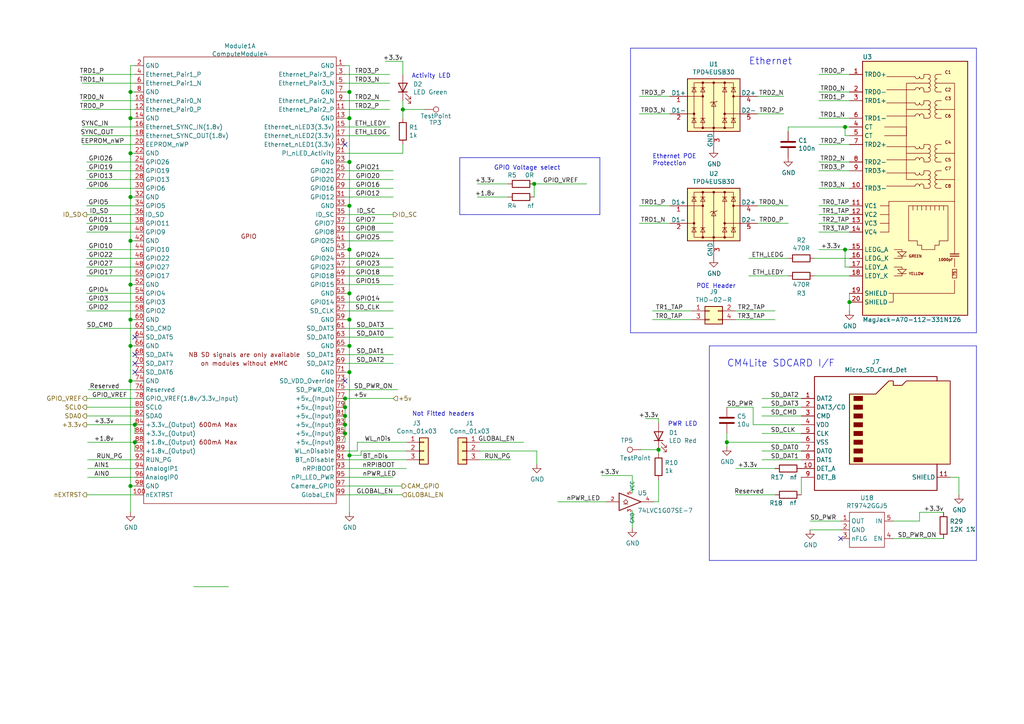
<source format=kicad_sch>
(kicad_sch (version 20211123) (generator eeschema)
  (paper "A4")
  (title_block (title "Compute Module 4 IO Board - GPIO - Ethernet") (rev "1") (company "(c) Raspberry Pi Trading 2020") (comment 1 "www.raspberrypi.org"))
  (junction (at 37.846 92.71) (diameter 1.016))
  (junction (at 101.346 132.08) (diameter 1.016))
  (junction (at 101.346 59.69) (diameter 1.016))
  (junction (at 101.346 46.99) (diameter 1.016))
  (junction (at 154.94 53.34) (diameter 1.016))
  (junction (at 101.346 72.39) (diameter 1.016))
  (junction (at 246.38 87.63) (diameter 1.016))
  (junction (at 101.346 26.67) (diameter 1.016))
  (junction (at 245.11 36.83) (diameter 1.016))
  (junction (at 100.076 125.73) (diameter 1.016))
  (junction (at 101.346 85.09) (diameter 1.016))
  (junction (at 37.846 69.85) (diameter 1.016))
  (junction (at 37.846 26.67) (diameter 1.016))
  (junction (at 100.076 120.65) (diameter 1.016))
  (junction (at 245.11 72.39) (diameter 1.016))
  (junction (at 37.846 100.33) (diameter 1.016))
  (junction (at 37.846 44.45) (diameter 1.016))
  (junction (at 39.116 123.19) (diameter 1.016))
  (junction (at 116.84 31.75) (diameter 1.016))
  (junction (at 101.346 107.95) (diameter 1.016))
  (junction (at 101.346 34.29) (diameter 1.016))
  (junction (at 191.008 130.429) (diameter 1.016))
  (junction (at 210.82 128.27) (diameter 1.016))
  (junction (at 101.346 92.71) (diameter 1.016))
  (junction (at 100.076 115.57) (diameter 1.016))
  (junction (at 100.076 123.19) (diameter 1.016))
  (junction (at 101.346 100.33) (diameter 1.016))
  (junction (at 37.846 82.55) (diameter 1.016))
  (junction (at 39.116 128.27) (diameter 1.016))
  (junction (at 37.846 110.49) (diameter 1.016))
  (junction (at 37.846 34.29) (diameter 1.016))
  (junction (at 37.846 57.15) (diameter 1.016))
  (junction (at 37.846 140.97) (diameter 1.016))
  (junction (at 100.076 118.11) (diameter 1.016))
  (no_connect (at 243.84 156.21))
  (no_connect (at 100.076 110.49))
  (no_connect (at 39.116 97.79))
  (no_connect (at 100.076 41.91))
  (no_connect (at 39.116 107.95))
  (no_connect (at 39.116 105.41))
  (no_connect (at 39.116 102.87))
  (wire (pts (xy 25.146 118.11) (xy 39.116 118.11)))
  (wire (pts (xy 23.876 36.83) (xy 39.116 36.83)))
  (wire (pts (xy 37.846 57.15) (xy 39.116 57.15)))
  (wire (pts (xy 100.076 44.45) (xy 116.84 44.45)))
  (wire (pts (xy 237.49 21.59) (xy 246.38 21.59)))
  (wire (pts (xy 101.346 132.08) (xy 101.346 148.59)))
  (wire (pts (xy 100.076 21.59) (xy 113.03 21.59)))
  (polyline (pts (xy 173.99 62.23) (xy 134.62 62.23)) (stroke (width 0) (type solid)))
  (wire (pts (xy 237.49 34.29) (xy 246.38 34.29)))
  (wire (pts (xy 245.11 72.39) (xy 246.38 72.39)))
  (wire (pts (xy 101.346 46.99) (xy 101.346 59.69)))
  (wire (pts (xy 37.846 44.45) (xy 37.846 57.15)))
  (polyline (pts (xy 283.21 13.97) (xy 283.21 96.52)) (stroke (width 0) (type solid)))
  (wire (pts (xy 100.076 85.09) (xy 101.346 85.09)))
  (wire (pts (xy 56.134 170.18) (xy 66.294 170.18)))
  (wire (pts (xy 138.43 57.15) (xy 147.32 57.15)))
  (wire (pts (xy 25.146 90.17) (xy 39.116 90.17)))
  (polyline (pts (xy 134.62 45.72) (xy 133.35 45.72)) (stroke (width 0) (type solid)))
  (wire (pts (xy 183.388 137.922) (xy 174.498 137.922)))
  (wire (pts (xy 25.4 138.43) (xy 39.116 138.43)))
  (wire (pts (xy 100.076 80.01) (xy 114.046 80.01)))
  (wire (pts (xy 228.6 38.1) (xy 228.6 36.83)))
  (wire (pts (xy 103.632 128.27) (xy 117.856 128.27)))
  (wire (pts (xy 100.076 34.29) (xy 101.346 34.29)))
  (polyline (pts (xy 205.74 162.56) (xy 205.74 100.33)) (stroke (width 0) (type solid)))
  (wire (pts (xy 139.192 133.35) (xy 148.082 133.35)))
  (wire (pts (xy 25.146 115.57) (xy 39.116 115.57)))
  (wire (pts (xy 100.076 52.07) (xy 114.046 52.07)))
  (wire (pts (xy 101.346 85.09) (xy 101.346 92.71)))
  (wire (pts (xy 37.846 19.05) (xy 37.846 26.67)))
  (wire (pts (xy 100.076 36.83) (xy 113.03 36.83)))
  (wire (pts (xy 25.146 59.69) (xy 39.116 59.69)))
  (wire (pts (xy 100.076 87.63) (xy 114.046 87.63)))
  (wire (pts (xy 100.076 133.35) (xy 117.856 133.35)))
  (wire (pts (xy 37.846 69.85) (xy 39.116 69.85)))
  (wire (pts (xy 100.076 19.05) (xy 101.346 19.05)))
  (wire (pts (xy 25.4 133.35) (xy 39.116 133.35)))
  (wire (pts (xy 100.076 67.31) (xy 114.046 67.31)))
  (wire (pts (xy 100.076 107.95) (xy 101.346 107.95)))
  (wire (pts (xy 236.22 74.93) (xy 246.38 74.93)))
  (wire (pts (xy 23.876 39.37) (xy 39.116 39.37)))
  (wire (pts (xy 237.49 59.69) (xy 246.38 59.69)))
  (wire (pts (xy 100.076 140.97) (xy 116.586 140.97)))
  (wire (pts (xy 213.36 135.89) (xy 224.79 135.89)))
  (wire (pts (xy 100.076 46.99) (xy 101.346 46.99)))
  (wire (pts (xy 100.076 138.43) (xy 114.046 138.43)))
  (wire (pts (xy 101.346 132.08) (xy 104.7242 132.08)))
  (wire (pts (xy 100.076 26.67) (xy 101.346 26.67)))
  (wire (pts (xy 236.22 80.01) (xy 246.38 80.01)))
  (wire (pts (xy 266.7 148.59) (xy 266.7 151.13)))
  (wire (pts (xy 100.076 24.13) (xy 113.03 24.13)))
  (wire (pts (xy 39.116 19.05) (xy 37.846 19.05)))
  (wire (pts (xy 191.008 121.412) (xy 187.198 121.412)))
  (wire (pts (xy 25.4 128.27) (xy 39.116 128.27)))
  (wire (pts (xy 100.076 120.65) (xy 100.076 123.19)))
  (wire (pts (xy 243.84 151.13) (xy 234.95 151.13)))
  (wire (pts (xy 100.076 82.55) (xy 114.046 82.55)))
  (wire (pts (xy 39.116 128.27) (xy 39.37 128.27)))
  (wire (pts (xy 39.116 140.97) (xy 37.846 140.97)))
  (wire (pts (xy 218.44 123.19) (xy 218.44 118.11)))
  (wire (pts (xy 25.146 46.99) (xy 39.116 46.99)))
  (wire (pts (xy 25.146 120.65) (xy 39.116 120.65)))
  (wire (pts (xy 213.36 90.17) (xy 224.79 90.17)))
  (wire (pts (xy 194.31 64.77) (xy 185.42 64.77)))
  (wire (pts (xy 213.36 92.71) (xy 224.79 92.71)))
  (wire (pts (xy 232.41 138.43) (xy 232.41 143.51)))
  (wire (pts (xy 100.076 115.57) (xy 114.046 115.57)))
  (wire (pts (xy 101.346 92.71) (xy 101.346 100.33)))
  (wire (pts (xy 37.846 82.55) (xy 39.116 82.55)))
  (wire (pts (xy 154.94 53.34) (xy 154.94 57.15)))
  (wire (pts (xy 100.076 62.23) (xy 114.046 62.23)))
  (wire (pts (xy 101.346 72.39) (xy 101.346 85.09)))
  (wire (pts (xy 25.146 54.61) (xy 39.116 54.61)))
  (wire (pts (xy 100.076 69.85) (xy 114.046 69.85)))
  (wire (pts (xy 191.008 122.682) (xy 191.008 121.412)))
  (wire (pts (xy 237.49 67.31) (xy 246.38 67.31)))
  (wire (pts (xy 37.846 92.71) (xy 39.116 92.71)))
  (wire (pts (xy 100.076 77.47) (xy 114.046 77.47)))
  (polyline (pts (xy 133.35 62.23) (xy 133.35 45.72)) (stroke (width 0) (type solid)))
  (wire (pts (xy 37.846 110.49) (xy 37.846 140.97)))
  (wire (pts (xy 237.49 62.23) (xy 246.38 62.23)))
  (wire (pts (xy 245.11 77.47) (xy 245.11 72.39)))
  (polyline (pts (xy 173.99 45.72) (xy 173.99 62.23)) (stroke (width 0) (type solid)))
  (wire (pts (xy 246.38 85.09) (xy 246.38 87.63)))
  (wire (pts (xy 100.076 125.73) (xy 100.076 128.27)))
  (wire (pts (xy 25.146 62.23) (xy 39.116 62.23)))
  (wire (pts (xy 114.046 90.17) (xy 100.076 90.17)))
  (wire (pts (xy 100.076 59.69) (xy 101.346 59.69)))
  (wire (pts (xy 237.49 64.77) (xy 246.38 64.77)))
  (wire (pts (xy 25.146 52.07) (xy 39.116 52.07)))
  (wire (pts (xy 139.192 130.81) (xy 155.702 130.81)))
  (wire (pts (xy 100.076 118.11) (xy 100.076 120.65)))
  (wire (pts (xy 25.146 95.25) (xy 39.116 95.25)))
  (wire (pts (xy 25.4 135.89) (xy 39.116 135.89)))
  (wire (pts (xy 183.388 148.082) (xy 183.388 153.162)))
  (wire (pts (xy 191.008 139.192) (xy 191.008 145.542)))
  (wire (pts (xy 154.94 53.34) (xy 170.18 53.34)))
  (wire (pts (xy 259.08 156.21) (xy 273.685 156.21)))
  (wire (pts (xy 100.076 29.21) (xy 113.03 29.21)))
  (wire (pts (xy 232.41 133.35) (xy 220.98 133.35)))
  (wire (pts (xy 100.076 123.19) (xy 100.076 125.73)))
  (wire (pts (xy 23.876 41.91) (xy 39.116 41.91)))
  (wire (pts (xy 23.876 21.59) (xy 39.116 21.59)))
  (wire (pts (xy 237.49 26.67) (xy 246.38 26.67)))
  (wire (pts (xy 100.076 31.75) (xy 113.03 31.75)))
  (wire (pts (xy 191.008 130.302) (xy 191.008 130.429)))
  (wire (pts (xy 237.49 72.39) (xy 245.11 72.39)))
  (wire (pts (xy 25.146 85.09) (xy 39.116 85.09)))
  (wire (pts (xy 25.146 49.53) (xy 39.116 49.53)))
  (wire (pts (xy 243.84 153.67) (xy 234.95 153.67)))
  (wire (pts (xy 219.71 59.69) (xy 228.6 59.69)))
  (wire (pts (xy 220.98 115.57) (xy 232.41 115.57)))
  (wire (pts (xy 100.076 39.37) (xy 113.03 39.37)))
  (wire (pts (xy 228.6 36.83) (xy 245.11 36.83)))
  (wire (pts (xy 37.846 100.33) (xy 39.116 100.33)))
  (wire (pts (xy 191.008 145.542) (xy 189.738 145.542)))
  (polyline (pts (xy 283.21 100.33) (xy 283.21 162.56)) (stroke (width 0) (type solid)))
  (wire (pts (xy 185.42 27.94) (xy 194.31 27.94)))
  (wire (pts (xy 25.146 143.51) (xy 39.116 143.51)))
  (wire (pts (xy 100.076 113.03) (xy 115.316 113.03)))
  (wire (pts (xy 278.13 138.43) (xy 278.13 143.51)))
  (wire (pts (xy 100.076 64.77) (xy 114.046 64.77)))
  (wire (pts (xy 100.076 49.53) (xy 114.046 49.53)))
  (wire (pts (xy 213.36 143.51) (xy 224.79 143.51)))
  (wire (pts (xy 101.346 26.67) (xy 101.346 34.29)))
  (polyline (pts (xy 283.21 96.52) (xy 182.88 96.52)) (stroke (width 0) (type solid)))
  (wire (pts (xy 139.192 128.27) (xy 151.892 128.27)))
  (wire (pts (xy 25.146 67.31) (xy 39.116 67.31)))
  (wire (pts (xy 39.116 125.73) (xy 39.116 123.19)))
  (wire (pts (xy 237.49 41.91) (xy 246.38 41.91)))
  (wire (pts (xy 183.388 143.002) (xy 183.388 137.922)))
  (polyline (pts (xy 134.62 45.72) (xy 173.99 45.72)) (stroke (width 0) (type solid)))
  (wire (pts (xy 116.84 31.75) (xy 116.84 29.21)))
  (wire (pts (xy 25.146 64.77) (xy 39.116 64.77)))
  (wire (pts (xy 25.146 80.01) (xy 39.116 80.01)))
  (wire (pts (xy 217.17 80.01) (xy 228.6 80.01)))
  (wire (pts (xy 186.0042 130.429) (xy 191.008 130.429)))
  (wire (pts (xy 100.076 74.93) (xy 114.046 74.93)))
  (wire (pts (xy 273.685 148.59) (xy 266.7 148.59)))
  (wire (pts (xy 39.116 130.81) (xy 39.116 128.27)))
  (wire (pts (xy 101.346 59.69) (xy 101.346 72.39)))
  (polyline (pts (xy 283.21 162.56) (xy 205.74 162.56)) (stroke (width 0) (type solid)))
  (wire (pts (xy 191.008 130.429) (xy 191.008 131.572)))
  (wire (pts (xy 116.84 21.59) (xy 116.84 17.78)))
  (wire (pts (xy 210.82 125.73) (xy 210.82 128.27)))
  (wire (pts (xy 219.71 33.02) (xy 227.33 33.02)))
  (wire (pts (xy 100.076 100.33) (xy 101.346 100.33)))
  (wire (pts (xy 100.076 143.51) (xy 116.586 143.51)))
  (wire (pts (xy 37.846 110.49) (xy 39.116 110.49)))
  (wire (pts (xy 220.98 130.81) (xy 232.41 130.81)))
  (wire (pts (xy 210.82 118.11) (xy 218.44 118.11)))
  (wire (pts (xy 37.846 44.45) (xy 39.116 44.45)))
  (polyline (pts (xy 182.88 96.52) (xy 182.88 13.97)) (stroke (width 0) (type solid)))
  (wire (pts (xy 100.076 115.57) (xy 100.076 118.11)))
  (wire (pts (xy 219.71 27.94) (xy 227.33 27.94)))
  (wire (pts (xy 104.7242 132.08) (xy 104.7242 130.81)))
  (wire (pts (xy 217.17 74.93) (xy 228.6 74.93)))
  (wire (pts (xy 39.116 34.29) (xy 37.846 34.29)))
  (wire (pts (xy 101.346 34.29) (xy 101.346 46.99)))
  (wire (pts (xy 23.876 29.21) (xy 39.116 29.21)))
  (wire (pts (xy 185.42 33.02) (xy 194.31 33.02)))
  (wire (pts (xy 100.076 130.81) (xy 103.632 130.81)))
  (wire (pts (xy 37.846 34.29) (xy 37.846 44.45)))
  (wire (pts (xy 232.41 123.19) (xy 218.44 123.19)))
  (polyline (pts (xy 133.35 62.23) (xy 134.62 62.23)) (stroke (width 0) (type solid)))
  (wire (pts (xy 25.146 74.93) (xy 39.116 74.93)))
  (wire (pts (xy 114.046 102.87) (xy 100.076 102.87)))
  (wire (pts (xy 259.08 151.13) (xy 266.7 151.13)))
  (wire (pts (xy 25.146 77.47) (xy 39.116 77.47)))
  (wire (pts (xy 100.076 57.15) (xy 114.046 57.15)))
  (wire (pts (xy 100.076 92.71) (xy 101.346 92.71)))
  (wire (pts (xy 39.116 26.67) (xy 37.846 26.67)))
  (wire (pts (xy 37.846 82.55) (xy 37.846 92.71)))
  (wire (pts (xy 246.38 87.63) (xy 246.38 90.17)))
  (wire (pts (xy 25.6032 113.03) (xy 39.116 113.03)))
  (polyline (pts (xy 205.74 100.33) (xy 283.21 100.33)) (stroke (width 0) (type solid)))
  (wire (pts (xy 111.76 17.78) (xy 116.84 17.78)))
  (wire (pts (xy 37.846 92.71) (xy 37.846 100.33)))
  (wire (pts (xy 246.38 77.47) (xy 245.11 77.47)))
  (wire (pts (xy 37.846 100.33) (xy 37.846 110.49)))
  (wire (pts (xy 101.346 19.05) (xy 101.346 26.67)))
  (wire (pts (xy 37.846 140.97) (xy 37.846 148.59)))
  (wire (pts (xy 25.146 123.19) (xy 39.116 123.19)))
  (wire (pts (xy 237.49 54.61) (xy 246.38 54.61)))
  (wire (pts (xy 185.42 59.69) (xy 194.31 59.69)))
  (wire (pts (xy 246.38 39.37) (xy 245.11 39.37)))
  (wire (pts (xy 232.41 118.11) (xy 220.98 118.11)))
  (wire (pts (xy 161.798 145.542) (xy 175.768 145.542)))
  (wire (pts (xy 232.41 125.73) (xy 220.98 125.73)))
  (wire (pts (xy 103.632 130.81) (xy 103.632 128.27)))
  (wire (pts (xy 245.11 39.37) (xy 245.11 36.83)))
  (wire (pts (xy 37.846 57.15) (xy 37.846 69.85)))
  (wire (pts (xy 275.59 138.43) (xy 278.13 138.43)))
  (wire (pts (xy 100.076 97.79) (xy 114.046 97.79)))
  (wire (pts (xy 101.346 100.33) (xy 101.346 107.95)))
  (wire (pts (xy 155.702 130.81) (xy 155.702 134.62)))
  (wire (pts (xy 100.076 105.41) (xy 114.046 105.41)))
  (wire (pts (xy 210.82 128.27) (xy 210.82 129.54)))
  (wire (pts (xy 23.876 24.13) (xy 39.116 24.13)))
  (wire (pts (xy 25.146 87.63) (xy 39.116 87.63)))
  (wire (pts (xy 114.046 95.25) (xy 100.076 95.25)))
  (wire (pts (xy 138.43 53.34) (xy 147.32 53.34)))
  (wire (pts (xy 189.23 90.17) (xy 200.66 90.17)))
  (wire (pts (xy 237.49 49.53) (xy 246.38 49.53)))
  (wire (pts (xy 100.076 135.89) (xy 117.856 135.89)))
  (wire (pts (xy 246.38 36.83) (xy 245.11 36.83)))
  (wire (pts (xy 123.19 31.75) (xy 116.84 31.75)))
  (wire (pts (xy 116.84 34.29) (xy 116.84 31.75)))
  (wire (pts (xy 100.076 54.61) (xy 114.046 54.61)))
  (wire (pts (xy 220.98 120.65) (xy 232.41 120.65)))
  (wire (pts (xy 25.146 72.39) (xy 39.116 72.39)))
  (wire (pts (xy 210.82 128.27) (xy 232.41 128.27)))
  (wire (pts (xy 116.84 44.45) (xy 116.84 41.91)))
  (wire (pts (xy 101.346 107.95) (xy 101.346 132.08)))
  (wire (pts (xy 237.49 46.99) (xy 246.38 46.99)))
  (wire (pts (xy 219.71 64.77) (xy 228.6 64.77)))
  (wire (pts (xy 189.23 92.71) (xy 200.66 92.71)))
  (wire (pts (xy 104.7242 130.81) (xy 117.856 130.81)))
  (wire (pts (xy 23.876 31.75) (xy 39.116 31.75)))
  (wire (pts (xy 37.846 69.85) (xy 37.846 82.55)))
  (wire (pts (xy 100.076 72.39) (xy 101.346 72.39)))
  (polyline (pts (xy 182.88 13.97) (xy 283.21 13.97)) (stroke (width 0) (type solid)))
  (wire (pts (xy 237.49 29.21) (xy 246.38 29.21)))
  (wire (pts (xy 37.846 26.67) (xy 37.846 34.29)))
  (text "PWR LED" (at 193.675 123.825 0) (effects (font (size 1.27 1.27)) (justify left bottom)))
  (text "Ethernet POE\nProtection" (at 189.23 48.26 0) (effects (font (size 1.27 1.27)) (justify left bottom)))
  (text "CM4Lite SDCARD I/F" (at 210.82 106.68 0) (effects (font (size 2.007 2.007)) (justify left bottom)))
  (text "GPIO Voltage select\n" (at 162.56 49.53 180) (effects (font (size 1.27 1.27)) (justify right bottom)))
  (text "Ethernet" (at 217.17 19.05 0) (effects (font (size 2.0066 2.0066)) (justify left bottom)))
  (text "Activity LED" (at 119.38 22.86 0) (effects (font (size 1.27 1.27)) (justify left bottom)))
  (text "Not Fitted headers" (at 137.668 120.904 180) (effects (font (size 1.27 1.27)) (justify right bottom)))
  (text "POE Header" (at 201.93 83.82 0) (effects (font (size 1.27 1.27)) (justify left bottom)))
  (label "TRD1_N" (at 193.04 64.77 180))
  (label "TRD2_P" (at 245.11 41.91 180))
  (label "GPIO12" (at 110.236 57.15 180))
  (label "TRD2_N" (at 245.11 46.99 180))
  (label "GPIO23" (at 110.236 77.47 180))
  (label "TR2_TAP" (at 246.38 64.77 180))
  (label "SD_PWR_ON" (at 102.616 113.03 0))
  (label "ID_SC" (at 108.966 62.23 180))
  (label "TRD1_P" (at 245.11 29.21 180))
  (label "GPIO14" (at 110.236 87.63 180))
  (label "TRD1_P" (at 30.226 21.59 180))
  (label "Reserved" (at 34.671 113.03 180))
  (label "SD_DAT3" (at 223.52 118.11 0))
  (label "SD_DAT3" (at 111.506 95.25 180))
  (label "+3.3v" (at 143.51 53.34 180))
  (label "SD_DAT0" (at 223.52 130.81 0))
  (label "SD_PWR" (at 234.95 151.13 0))
  (label "TR0_TAP" (at 198.0184 92.71 180))
  (label "nPWR_LED" (at 105.156 138.43 0))
  (label "SD_PWR" (at 210.82 118.11 0))
  (label "SD_DAT0" (at 111.506 97.79 180))
  (label "GPIO20" (at 110.236 52.07 180))
  (label "SD_DAT1" (at 223.52 133.35 0))
  (label "BT_nDis" (at 112.6236 133.35 180))
  (label "SD_DAT2" (at 111.506 105.41 180))
  (label "EEPROM_nWP" (at 36.068 41.91 180))
  (label "TRD0_N" (at 227.33 59.69 180))
  (label "GPIO8" (at 108.966 67.31 180))
  (label "GPIO26" (at 32.766 46.99 180))
  (label "+3.3v" (at 219.71 135.89 180))
  (label "SYNC_IN" (at 31.496 36.83 180))
  (label "TRD3_N" (at 193.04 33.02 180))
  (label "SD_PWR_ON" (at 260.35 156.21 0))
  (label "TR1_TAP" (at 198.12 90.17 180))
  (label "GPIO18" (at 110.236 80.01 180))
  (label "GPIO15" (at 110.236 82.55 180))
  (label "TRD2_P" (at 102.87 31.75 0))
  (label "GPIO25" (at 110.236 69.85 180))
  (label "nRPIBOOT" (at 114.5032 135.89 180))
  (label "GPIO_VREF" (at 26.67 115.57 0))
  (label "GPIO6" (at 31.496 54.61 180))
  (label "TRD3_N" (at 102.87 24.13 0))
  (label "TR0_TAP" (at 246.38 59.69 180))
  (label "TRD0_P" (at 227.33 64.77 180))
  (label "GPIO13" (at 32.766 52.07 180))
  (label "TRD2_N" (at 227.33 27.94 180))
  (label "GPIO_VREF" (at 157.48 53.34 0))
  (label "TRD0_P" (at 245.11 21.59 180))
  (label "TRD2_P" (at 227.33 33.02 180))
  (label "ETH_LEDG" (at 227.33 74.93 180))
  (label "+3.3v" (at 191.008 121.412 180))
  (label "GPIO16" (at 110.236 54.61 180))
  (label "AIN1" (at 31.75 135.89 180))
  (label "TRD3_N" (at 245.11 54.61 180))
  (label "TRD0_N" (at 30.226 29.21 180))
  (label "SD_CMD" (at 32.766 95.25 180))
  (label "RUN_PG" (at 148.082 133.35 180))
  (label "GPIO22" (at 32.766 74.93 180))
  (label "SD_CLK" (at 223.52 125.73 0))
  (label "TRD1_N" (at 245.11 34.29 180))
  (label "GPIO19" (at 32.766 49.53 180))
  (label "GPIO4" (at 31.496 85.09 180))
  (label "TR2_TAP" (at 221.9198 90.17 180))
  (label "nPWR_LED" (at 164.338 145.542 0))
  (label "GPIO5" (at 31.496 59.69 180))
  (label "+3.3v" (at 33.02 123.19 180))
  (label "+5v" (at 106.426 115.57 180))
  (label "SYNC_OUT" (at 33.02 39.37 180))
  (label "GLOBAL_EN" (at 114.046 143.51 180))
  (label "+3.3v" (at 273.685 148.59 180))
  (label "GPIO27" (at 32.766 77.47 180))
  (label "GLOBAL_EN" (at 149.352 128.27 180))
  (label "GPIO11" (at 32.766 64.77 180))
  (label "+1.8v" (at 33.02 128.27 180))
  (label "RUN_PG" (at 35.56 133.35 180))
  (label "TRD3_P" (at 245.11 49.53 180))
  (label "TRD3_P" (at 102.87 21.59 0))
  (label "GPIO7" (at 108.966 64.77 180))
  (label "SD_DAT1" (at 111.506 102.87 180))
  (label "TRD1_N" (at 30.226 24.13 180))
  (label "ETH_LEDG" (at 102.87 39.37 0))
  (label "TR1_TAP" (at 246.38 62.23 180))
  (label "+3.3v" (at 116.84 17.78 180))
  (label "ETH_LEDY" (at 102.87 36.83 0))
  (label "+3.3v" (at 243.84 72.39 180))
  (label "GPIO3" (at 31.496 87.63 180))
  (label "GPIO17" (at 32.766 80.01 180))
  (label "GPIO2" (at 31.496 90.17 180))
  (label "WL_nDis" (at 113.411 128.27 180))
  (label "ID_SD" (at 31.496 62.23 180))
  (label "TRD2_N" (at 102.87 29.21 0))
  (label "GPIO9" (at 31.496 67.31 180))
  (label "TR3_TAP" (at 221.8944 92.71 180))
  (label "+3.3v" (at 179.578 137.922 180))
  (label "TRD3_P" (at 193.04 27.94 180))
  (label "SD_CLK" (at 110.236 90.17 180))
  (label "GPIO24" (at 110.236 74.93 180))
  (label "+1.8v" (at 143.51 57.15 180))
  (label "SD_CMD" (at 223.52 120.65 0))
  (label "TRD1_P" (at 193.04 59.69 180))
  (label "TRD0_N" (at 245.11 26.67 180))
  (label "GPIO10" (at 32.766 72.39 180))
  (label "GPIO21" (at 110.236 49.53 180))
  (label "TRD0_P" (at 30.226 31.75 180))
  (label "ETH_LEDY" (at 227.33 80.01 180))
  (label "AIN0" (at 31.75 138.43 180))
  (label "SD_DAT2" (at 223.52 115.57 0))
  (label "Reserved" (at 221.615 143.51 180))
  (label "TR3_TAP" (at 246.38 67.31 180))
  (hierarchical_label "+5v" (shape input) (at 114.046 115.57 0))
  (hierarchical_label "GLOBAL_EN" (shape input) (at 116.586 143.51 0))
  (hierarchical_label "ID_SC" (shape output) (at 114.046 62.23 0))
  (hierarchical_label "SCL0" (shape output) (at 25.146 118.11 180))
  (hierarchical_label "ID_SD" (shape output) (at 25.146 62.23 180))
  (hierarchical_label "GPIO_VREF" (shape output) (at 25.146 115.57 180))
  (hierarchical_label "SDA0" (shape output) (at 25.146 120.65 180))
  (hierarchical_label "CAM_GPIO" (shape output) (at 116.586 140.97 0))
  (hierarchical_label "nEXTRST" (shape output) (at 25.146 143.51 180))
  (hierarchical_label "+3.3v" (shape output) (at 25.146 123.19 180))
  (symbol (lib_id "CM4IO:74LVC1G07_copy") (at 183.388 145.542 0) (unit 1)
    (property "Reference" "U5" (at 184.912 143.002 0) (effects (justify left)))
    (property "Value" "74LVC1G07SE-7" (at 184.912 148.082 0) (effects (justify left)))
    (property "Footprint" "Package_TO_SOT_SMD:SOT-353_SC-70-5" (effects hide))
    (property "Datasheet" "https://www.diodes.com/assets/Datasheets/74LVC1G07.pdf" (effects hide))
    (property "Field4" "Farnell" (effects hide))
    (property "Field5" "2425492" (effects hide))
    (property "Field6" "74LVC1G07SE-7" (effects hide))
    (property "Field7" "Diodes" (effects hide))
    (property "Part Description" "Buffer, Non-Inverting 1 Element 1 Bit per Element Open Drain Output SOT-353" (effects hide))
  )
  (symbol (lib_id "CM4IO:RT9742GGJ5") (at 252.73 161.29 0) (unit 1)
    (property "Reference" "U18" (at 251.46 144.399 0))
    (property "Value" "RT9742GGJ5" (at 251.46 146.7104 0))
    (property "Footprint" "Package_TO_SOT_SMD:SOT-23-5" (effects hide))
    (property "Datasheet" "https://www.richtek.com/assets/product_file/RT9742/DS9742-00.pdf" (effects hide))
    (property "Field4" "Farnell" (effects hide))
    (property "Field5" "	2545875" (effects hide))
    (property "Field6" "RT9742GGJ5" (effects hide))
    (property "Field7" "RichTek" (effects hide))
    (property "Field8" "USWI00166" (effects hide))
    (property "Part Description" "	Power Switch/Driver 1:1 N-Channel 1A TSOT-23-5" (effects hide))
  )
  (symbol (lib_id "power:GND") (at 234.95 153.67 0) (unit 1)
    (property "Reference" "#PWR0113" (effects hide))
    (property "Value" "GND" (at 235.077 158.0642 0))
  )
  (symbol (lib_id "CM4IO:ComputeModule4-CM4") (at 72.136 74.93 0) (unit 1)
    (property "Reference" "Module1" (at 69.596 13.335 0))
    (property "Value" "ComputeModule4" (at 69.596 15.6464 0))
    (property "Footprint" "CM4IO:Raspberry-Pi-4-Compute-Module" (effects hide))
    (property "Field4" "Hirose" (effects hide))
    (property "Field5" "2off DF40C-100DS-0.4V" (effects hide))
    (property "Field6" "2off DF40C-100DS-0.4V" (effects hide))
    (property "Field7" "Hirose" (effects hide))
    (property "Part Description" "	100 Position Connector Receptacle, Center Strip Contacts Surface Mount Gold" (effects hide))
  )
  (symbol (lib_id "CM4IO:MagJack-A70-112-331N126") (at 267.97 92.71 0) (unit 1)
    (property "Reference" "U3" (at 250.19 16.51 0) (effects (justify left)))
    (property "Value" "MagJack-A70-112-331N126" (at 250.19 92.71 0) (effects (justify left)))
    (property "Footprint" "CM4IO:TRJG0926HENL" (effects hide))
    (property "Datasheet" "https://p.globalsources.com/IMAGES/PDT/SPEC/690/K1160305690.pdf" (effects hide))
    (property "Field6" "TRJG0926HENL" (effects hide))
    (property "Field7" "Trxcon" (effects hide))
    (property "Field8" "UCON00900" (effects hide))
    (property "Part Description" "Gigabit Ethernet Magjack" (effects hide))
  )
  (symbol (lib_id "Device:C") (at 228.6 41.91 0) (unit 1)
    (property "Reference" "C1" (at 231.521 40.7416 0) (effects (justify left)))
    (property "Value" "100n" (at 231.521 43.053 0) (effects (justify left)))
    (property "Footprint" "Capacitor_SMD:C_0402_1005Metric" (effects hide))
    (property "Datasheet" "https://search.murata.co.jp/Ceramy/image/img/A01X/G101/ENG/GRM155R71C104KA88-01.pdf" (effects hide))
    (property "Field4" "Farnell" (effects hide))
    (property "Field5" "2611911" (effects hide))
    (property "Field6" "RM EMK105 B7104KV-F" (effects hide))
    (property "Field7" "TAIYO YUDEN EUROPE GMBH" (effects hide))
    (property "Part Description" "	0.1uF 10% 16V Ceramic Capacitor X7R 0402 (1005 Metric)" (effects hide))
    (property "Field8" "110091611" (effects hide))
  )
  (symbol (lib_id "power:GND") (at 228.6 45.72 0) (unit 1)
    (property "Reference" "#PWR0101" (effects hide))
    (property "Value" "GND" (at 228.727 50.1142 0))
  )
  (symbol (lib_id "Connector_Generic:Conn_02x02_Odd_Even") (at 205.74 90.17 0) (unit 1)
    (property "Reference" "J9" (at 207.01 84.6582 0))
    (property "Value" "THD-02-R" (at 207.01 86.9696 0))
    (property "Footprint" "Connector_PinHeader_2.54mm:PinHeader_2x02_P2.54mm_Vertical" (effects hide))
    (property "Datasheet" "https://www.toby.co.uk/uploads/publications/1673.pdf" (effects hide))
    (property "Field4" "Toby" (effects hide))
    (property "Field5" "THD-02-R" (effects hide))
    (property "Field6" "151-604-425-761" (effects hide))
    (property "Field7" "EDAC" (effects hide))
    (property "Field8" "UCON00791" (effects hide))
    (property "Part Description" "PinHeader_2x02_P2.54mm_Vertical" (effects hide))
  )
  (symbol (lib_id "Device:C") (at 210.82 121.92 0) (unit 1)
    (property "Reference" "C5" (at 213.741 120.7516 0) (effects (justify left)))
    (property "Value" "10u" (at 213.741 123.063 0) (effects (justify left)))
    (property "Footprint" "Capacitor_SMD:C_0805_2012Metric" (effects hide))
    (property "Datasheet" "https://search.murata.co.jp/Ceramy/image/img/A01X/G101/ENG/GRM21BR71A106KA73-01.pdf" (effects hide))
    (property "Field5" "490-14381-1-ND" (effects hide))
    (property "Field4" "Digikey" (effects hide))
    (property "Field6" "GRM21BR71A106KA73L" (effects hide))
    (property "Field7" "Murata" (effects hide))
    (property "Part Description" "	10uF 10% 10V Ceramic Capacitor X7R 0805 (2012 Metric)" (effects hide))
    (property "Field8" "111893011" (effects hide))
  )
  (symbol (lib_id "Device:R") (at 232.41 74.93 270) (unit 1)
    (property "Reference" "R2" (at 232.41 69.6722 90))
    (property "Value" "470R" (at 232.41 71.9836 90))
    (property "Footprint" "Resistor_SMD:R_0402_1005Metric" (effects hide))
    (property "Datasheet" "https://fscdn.rohm.com/en/products/databook/datasheet/passive/resistor/chip_resistor/mcr-e.pdf" (effects hide))
    (property "Field4" "Farnell" (effects hide))
    (property "Field5" "9239197" (effects hide))
    (property "Field7" "KOA EUROPE GMBH" (effects hide))
    (property "Field6" "RK73G1ETQTP4700D         " (effects hide))
    (property "Field8" "120887981" (effects hide))
    (property "Part Description" "Resistor 470R M1005 1% 63mW" (effects hide))
  )
  (symbol (lib_id "Device:R") (at 232.41 80.01 270) (unit 1)
    (property "Reference" "R3" (at 232.41 85.09 90))
    (property "Value" "470R" (at 232.41 82.55 90))
    (property "Footprint" "Resistor_SMD:R_0402_1005Metric" (effects hide))
    (property "Datasheet" "https://fscdn.rohm.com/en/products/databook/datasheet/passive/resistor/chip_resistor/mcr-e.pdf" (effects hide))
    (property "Field4" "Farnell" (effects hide))
    (property "Field5" "9239197" (effects hide))
    (property "Field7" "KOA EUROPE GMBH" (effects hide))
    (property "Field6" "RK73G1ETQTP4700D         " (effects hide))
    (property "Field8" "120887981" (effects hide))
    (property "Part Description" "Resistor 470R M1005 1% 63mW" (effects hide))
  )
  (symbol (lib_id "power:GND") (at 37.846 148.59 0) (unit 1)
    (property "Reference" "#PWR0104" (effects hide))
    (property "Value" "GND" (at 37.973 152.9842 0))
  )
  (symbol (lib_id "power:GND") (at 101.346 148.59 0) (unit 1)
    (property "Reference" "#PWR0105" (effects hide))
    (property "Value" "GND" (at 101.473 152.9842 0))
  )
  (symbol (lib_id "Device:LED") (at 116.84 25.4 90) (unit 1)
    (property "Reference" "D2" (at 119.8118 24.4094 90) (effects (justify right)))
    (property "Value" "LED Green" (at 119.8118 26.7208 90) (effects (justify right)))
    (property "Footprint" "LED_SMD:LED_0603_1608Metric" (effects hide))
    (property "Datasheet" "http://optoelectronics.liteon.com/upload/download/DS22-2000-226/LTST-S270KGKT.pdf" (effects hide))
    (property "Field4" "Digikey " (effects hide))
    (property "Field5" "LTST-S270KGKT" (effects hide))
    (property "Field6" "SML-A12M8TT86N" (effects hide))
    (property "Field7" "Rohm" (effects hide))
    (property "Field8" "650263301" (effects hide))
    (property "Part Description" "	Green 572nm LED Indication - Discrete 2.2V 2-SMD, No Lead" (effects hide))
  )
  (symbol (lib_id "Device:R") (at 116.84 38.1 0) (unit 1)
    (property "Reference" "R1" (at 118.618 36.9316 0) (effects (justify left)))
    (property "Value" "1k" (at 118.618 39.243 0) (effects (justify left)))
    (property "Footprint" "Resistor_SMD:R_0402_1005Metric" (effects hide))
    (property "Datasheet" "https://fscdn.rohm.com/en/products/databook/datasheet/passive/resistor/chip_resistor/mcr-e.pdf" (effects hide))
    (property "Field4" "Farnell" (effects hide))
    (property "Field5" "9239235" (effects hide))
    (property "Field7" "KOA EUROPE GMBH" (effects hide))
    (property "Field6" "RK73H1ETTP1001F" (effects hide))
    (property "Part Description" "Resistor 1K M1005 1% 63mW" (effects hide))
    (property "Field8" "125049511" (effects hide))
  )
  (symbol (lib_id "power:GND") (at 183.388 153.162 0) (unit 1)
    (property "Reference" "#PWR05" (effects hide))
    (property "Value" "GND" (at 183.515 157.5562 0))
  )
  (symbol (lib_id "Device:LED") (at 191.008 126.492 90) (unit 1)
    (property "Reference" "D1" (at 193.9798 125.5014 90) (effects (justify right)))
    (property "Value" "LED Red" (at 193.9798 127.8128 90) (effects (justify right)))
    (property "Footprint" "LED_SMD:LED_0603_1608Metric" (effects hide))
    (property "Datasheet" "http://optoelectronics.liteon.com/upload/download/DS22-2000-210/LTST-S270KRKT.pdf" (effects hide))
    (property "Field4" "Digikey " (effects hide))
    (property "Field5" "	LTST-S270KRKT" (effects hide))
    (property "Field6" "SML-A12U8TT86Q" (effects hide))
    (property "Field7" "Rohm" (effects hide))
    (property "Field8" "650295101" (effects hide))
    (property "Part Description" "	Red 620nm LED Indication - Discrete 2.2V 2-SMD, No Lead" (effects hide))
  )
  (symbol (lib_id "Device:R") (at 191.008 135.382 0) (unit 1)
    (property "Reference" "R10" (at 192.786 134.2136 0) (effects (justify left)))
    (property "Value" "1k" (at 192.786 136.525 0) (effects (justify left)))
    (property "Footprint" "Resistor_SMD:R_0402_1005Metric" (effects hide))
    (property "Datasheet" "https://fscdn.rohm.com/en/products/databook/datasheet/passive/resistor/chip_resistor/mcr-e.pdf" (effects hide))
    (property "Field4" "Farnell" (effects hide))
    (property "Field5" "9239235" (effects hide))
    (property "Field7" "KOA EUROPE GMBH" (effects hide))
    (property "Field6" "RK73H1ETTP1001F" (effects hide))
    (property "Part Description" "Resistor 1K M1005 1% 63mW" (effects hide))
    (property "Field8" "125049511" (effects hide))
  )
  (symbol (lib_id "Connector_Generic:Conn_01x03") (at 134.112 130.81 0) (mirror y) (unit 1)
    (property "Reference" "J1" (at 136.1948 122.7582 0))
    (property "Value" "Conn_01x03" (at 136.1948 125.0696 0))
    (property "Footprint" "Connector_PinHeader_2.54mm:PinHeader_1x03_P2.54mm_Vertical" (effects hide))
    (property "Field4" "nf" (effects hide))
    (property "Field5" "nf" (effects hide))
    (property "Field6" "nf" (effects hide))
    (property "Field7" "nf" (effects hide))
    (property "Part Description" "3pin 0.1\" connector" (effects hide))
  )
  (symbol (lib_id "CM4IO:TPD4EUSB30") (at 207.01 62.23 0) (unit 1)
    (property "Reference" "U2" (at 207.01 50.3682 0))
    (property "Value" "TPD4EUSB30" (at 207.01 52.6796 0))
    (property "Footprint" "Package_SON:USON-10_2.5x1.0mm_P0.5mm" (effects hide))
    (property "Datasheet" "http://www.ti.com/lit/ds/symlink/tpd2eusb30a.pdf" (effects hide))
    (property "Field4" "Farnell" (effects hide))
    (property "Field5" "2335455" (effects hide))
    (property "Field6" "CDDFN10-3324P-13" (effects hide))
    (property "Field7" "Bourns" (effects hide))
    (property "Field8" "UDIO00346" (effects hide))
    (property "Part Description" "Quad TVS diode for high speed signals (USB3, GigE etc.)" (effects hide))
  )
  (symbol (lib_id "power:GND") (at 155.702 134.62 0) (unit 1)
    (property "Reference" "#PWR0106" (effects hide))
    (property "Value" "GND" (at 155.829 139.0142 0))
  )
  (symbol (lib_id "Connector:TestPoint") (at 186.0042 130.429 90) (unit 1)
    (property "Reference" "TP5" (at 183.642 127.762 90) (effects (justify left)))
    (property "Value" "TestPoint" (at 188.722 132.842 90) (effects (justify left)))
    (property "Footprint" "TestPoint:TestPoint_Pad_2.0x2.0mm" (effects hide))
    (property "Field4" "nf" (effects hide))
    (property "Field5" "nf" (effects hide))
    (property "Field6" "nf" (effects hide))
    (property "Field7" "nf" (effects hide))
  )
  (symbol (lib_id "Device:R") (at 151.13 53.34 90) (unit 1)
    (property "Reference" "R5" (at 149.86 50.8 90) (effects (justify left)))
    (property "Value" "0R" (at 154.94 50.8 90) (effects (justify left)))
    (property "Footprint" "Resistor_SMD:R_0805_2012Metric_Pad1.15x1.40mm_HandSolder" (effects hide))
    (property "Datasheet" "https://fscdn.rohm.com/en/products/databook/datasheet/passive/resistor/chip_resistor/mcr-e.pdf" (effects hide))
    (property "Field4" "Farnell" (effects hide))
    (property "Field5" "9233750" (effects hide))
    (property "Field7" "Rohm" (effects hide))
    (property "Field6" "MCR10EZPJ000" (effects hide))
    (property "Part Description" "Resistor 0R M2012 5% " (effects hide))
    (property "Field8" "121629591" (effects hide))
  )
  (symbol (lib_id "Device:R") (at 151.13 57.15 90) (unit 1)
    (property "Reference" "R4" (at 149.86 59.69 90) (effects (justify left)))
    (property "Value" "nf" (at 154.94 59.69 90) (effects (justify left)))
    (property "Footprint" "Resistor_SMD:R_0805_2012Metric_Pad1.15x1.40mm_HandSolder" (effects hide))
    (property "Datasheet" "https://fscdn.rohm.com/en/products/databook/datasheet/passive/resistor/chip_resistor/mcr-e.pdf" (effects hide))
    (property "Field4" "nf" (effects hide))
    (property "Field5" "nf" (effects hide))
    (property "Field6" "nf" (effects hide))
  )
  (symbol (lib_id "Connector:Micro_SD_Card_Det") (at 255.27 125.73 0) (unit 1)
    (property "Reference" "J7" (at 254 104.9782 0))
    (property "Value" "Micro_SD_Card_Det" (at 254 107.2896 0))
    (property "Footprint" "CM4IO:SDCARD_MOLEX_503398-1892" (effects hide))
    (property "Datasheet" "https://www.hirose.com/product/en/download_file/key_name/DM3/category/Catalog/doc_file_id/49662/?file_category_id=4&item_id=195&is_series=1" (effects hide))
    (property "Field4" "Farnell" (effects hide))
    (property "Field5" "2358234" (effects hide))
    (property "Field6" "503398-1892" (effects hide))
    (property "Field7" "Molex" (effects hide))
    (property "Part Description" "9 (8 + 1) Position Card Connector microSD™ Surface Mount, Right Angle Gold" (effects hide))
    (property "Field8" "UCON00512" (effects hide))
  )
  (symbol (lib_id "power:GND") (at 210.82 129.54 0) (unit 1)
    (property "Reference" "#PWR0107" (effects hide))
    (property "Value" "GND" (at 210.947 133.9342 0))
  )
  (symbol (lib_id "power:GND") (at 278.13 143.51 0) (unit 1)
    (property "Reference" "#PWR0108" (effects hide))
    (property "Value" "GND" (at 278.257 147.9042 0))
  )
  (symbol (lib_id "Connector_Generic:Conn_01x03") (at 122.936 130.81 0) (unit 1)
    (property "Reference" "J3" (at 120.8532 122.7582 0))
    (property "Value" "Conn_01x03" (at 120.8532 125.0696 0))
    (property "Footprint" "Connector_PinHeader_2.54mm:PinHeader_1x03_P2.54mm_Vertical" (effects hide))
    (property "Field4" "nf" (effects hide))
    (property "Field5" "nf" (effects hide))
    (property "Field6" "nf" (effects hide))
    (property "Field7" "nf" (effects hide))
    (property "Part Description" "3pin 0.1\" connector" (effects hide))
  )
  (symbol (lib_id "CM4IO:TPD4EUSB30") (at 207.01 30.48 0) (unit 1)
    (property "Reference" "U1" (at 207.01 18.6182 0))
    (property "Value" "TPD4EUSB30" (at 207.01 20.9296 0))
    (property "Footprint" "Package_SON:USON-10_2.5x1.0mm_P0.5mm" (effects hide))
    (property "Datasheet" "http://www.ti.com/lit/ds/symlink/tpd2eusb30a.pdf" (effects hide))
    (property "Field4" "Farnell" (effects hide))
    (property "Field5" "2335455" (effects hide))
    (property "Field6" "CDDFN10-3324P-13" (effects hide))
    (property "Field7" "Bourns" (effects hide))
    (property "Field8" "UDIO00346" (effects hide))
    (property "Part Description" "Quad TVS diode for high speed signals (USB3, GigE etc.)" (effects hide))
  )
  (symbol (lib_id "power:GND") (at 246.38 90.17 0) (unit 1)
    (property "Reference" "#PWR0109" (effects hide))
    (property "Value" "GND" (at 246.507 94.5642 0))
  )
  (symbol (lib_id "power:GND") (at 207.01 74.93 0) (unit 1)
    (property "Reference" "#PWR0110" (effects hide))
    (property "Value" "GND" (at 207.137 79.3242 0))
  )
  (symbol (lib_id "power:GND") (at 207.01 43.18 0) (unit 1)
    (property "Reference" "#PWR0111" (effects hide))
    (property "Value" "GND" (at 207.137 47.5742 0))
  )
  (symbol (lib_id "Device:R") (at 228.6 135.89 90) (unit 1)
    (property "Reference" "R17" (at 227.33 138.43 90) (effects (justify left)))
    (property "Value" "nf" (at 231.14 138.43 90) (effects (justify left)))
    (property "Footprint" "Resistor_SMD:R_0402_1005Metric" (effects hide))
    (property "Datasheet" "https://fscdn.rohm.com/en/products/databook/datasheet/passive/resistor/chip_resistor/mcr-e.pdf" (effects hide))
    (property "Field4" "Farnell" (effects hide))
    (property "Field5" "9239235" (effects hide))
    (property "Field7" "KOA EUROPE GMBH" (effects hide))
    (property "Field6" "RK73H1ETTP1001F" (effects hide))
    (property "Part Description" "Resistor 1K M1005 1% 63mW" (effects hide))
    (property "Field8" "125049511" (effects hide))
  )
  (symbol (lib_id "Connector:TestPoint") (at 123.19 31.75 270) (unit 1)
    (property "Reference" "TP3" (at 124.46 35.56 90) (effects (justify left)))
    (property "Value" "TestPoint" (at 121.92 33.655 90) (effects (justify left)))
    (property "Footprint" "TestPoint:TestPoint_Pad_2.0x2.0mm" (effects hide))
    (property "Field4" "nf" (effects hide))
    (property "Field5" "nf" (effects hide))
    (property "Field6" "nf" (effects hide))
    (property "Field7" "nf" (effects hide))
  )
  (symbol (lib_id "Device:R") (at 273.685 152.4 0) (unit 1)
    (property "Reference" "R29" (at 275.463 151.2316 0) (effects (justify left)))
    (property "Value" "12K 1%" (at 275.463 153.543 0) (effects (justify left)))
    (property "Footprint" "Resistor_SMD:R_0402_1005Metric" (effects hide))
    (property "Datasheet" "https://fscdn.rohm.com/en/products/databook/datasheet/passive/resistor/chip_resistor/mcr-e.pdf" (effects hide))
    (property "Field4" "Farnell" (effects hide))
    (property "Field5" "9239367" (effects hide))
    (property "Field7" "Rohm" (effects hide))
    (property "Field6" "MCR01MZPF1202" (effects hide))
    (property "Part Description" "Resistor 12K M1005 1% 63mW" (effects hide))
  )
  (symbol (lib_id "Device:R") (at 228.6 143.51 90) (unit 1)
    (property "Reference" "R18" (at 227.0506 145.8976 90) (effects (justify left)))
    (property "Value" "nf" (at 231.0638 145.8468 90) (effects (justify left)))
    (property "Footprint" "Resistor_SMD:R_0402_1005Metric" (effects hide))
    (property "Datasheet" "https://fscdn.rohm.com/en/products/databook/datasheet/passive/resistor/chip_resistor/mcr-e.pdf" (effects hide))
    (property "Field4" "Farnell" (effects hide))
    (property "Field5" "9239235" (effects hide))
    (property "Field7" "KOA EUROPE GMBH" (effects hide))
    (property "Field6" "RK73H1ETTP1001F" (effects hide))
    (property "Part Description" "Resistor 1K M1005 1% 63mW" (effects hide))
    (property "Field8" "125049511" (effects hide))
  )
)
</source>
